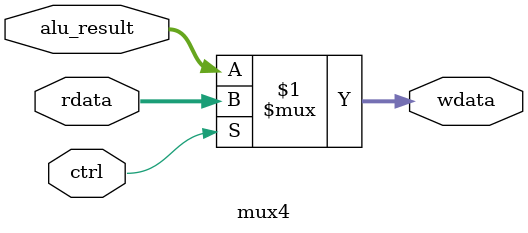
<source format=v>
`timescale 1ns / 1ps

module mux4(
    input ctrl,
    
    input [31:0] rdata,
    input [31:0] alu_result,
    output [31:0] wdata
    );
    
    assign wdata = (ctrl) ? rdata : alu_result;
    
endmodule

</source>
